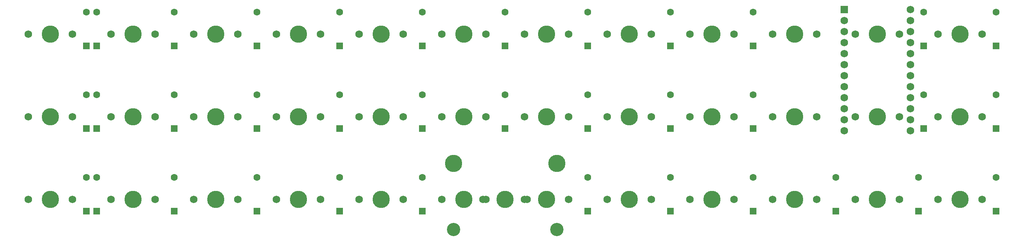
<source format=gbr>
%TF.GenerationSoftware,KiCad,Pcbnew,(5.1.9)-1*%
%TF.CreationDate,2021-06-01T10:03:10-07:00*%
%TF.ProjectId,dakkadakka,64616b6b-6164-4616-9b6b-612e6b696361,rev?*%
%TF.SameCoordinates,Original*%
%TF.FileFunction,Soldermask,Top*%
%TF.FilePolarity,Negative*%
%FSLAX46Y46*%
G04 Gerber Fmt 4.6, Leading zero omitted, Abs format (unit mm)*
G04 Created by KiCad (PCBNEW (5.1.9)-1) date 2021-06-01 10:03:10*
%MOMM*%
%LPD*%
G01*
G04 APERTURE LIST*
%ADD10C,3.987800*%
%ADD11C,1.750000*%
%ADD12C,3.048000*%
%ADD13R,1.600000X1.600000*%
%ADD14C,1.600000*%
%ADD15C,1.752600*%
%ADD16R,1.752600X1.752600*%
G04 APERTURE END LIST*
D10*
%TO.C,MX30a1*%
X154781380Y-88106324D03*
D11*
X149701380Y-88106324D03*
X159861380Y-88106324D03*
D12*
X142875130Y-95091324D03*
X166687630Y-95091324D03*
D10*
X142875130Y-79851324D03*
X166687630Y-79851324D03*
%TD*%
%TO.C,MX25*%
X50006292Y-88106324D03*
D11*
X44926292Y-88106324D03*
X55086292Y-88106324D03*
%TD*%
D13*
%TO.C,D36*%
X267890850Y-90815698D03*
D14*
X267890850Y-83015698D03*
%TD*%
D13*
%TO.C,D35*%
X250031460Y-90815698D03*
D14*
X250031460Y-83015698D03*
%TD*%
D13*
%TO.C,D34*%
X230981444Y-90815698D03*
D14*
X230981444Y-83015698D03*
%TD*%
D13*
%TO.C,D33*%
X211931428Y-90815698D03*
D14*
X211931428Y-83015698D03*
%TD*%
D13*
%TO.C,D32*%
X192881412Y-90815698D03*
D14*
X192881412Y-83015698D03*
%TD*%
D13*
%TO.C,D31*%
X173831396Y-90815698D03*
D14*
X173831396Y-83015698D03*
%TD*%
D13*
%TO.C,D30*%
X135731364Y-90815698D03*
D14*
X135731364Y-83015698D03*
%TD*%
D13*
%TO.C,D29*%
X116681348Y-90815698D03*
D14*
X116681348Y-83015698D03*
%TD*%
D13*
%TO.C,D28*%
X97631332Y-90815698D03*
D14*
X97631332Y-83015698D03*
%TD*%
D13*
%TO.C,D27*%
X78581316Y-90815698D03*
D14*
X78581316Y-83015698D03*
%TD*%
D13*
%TO.C,D26*%
X60721926Y-90815698D03*
D14*
X60721926Y-83015698D03*
%TD*%
D13*
%TO.C,D25*%
X58340674Y-90815698D03*
D14*
X58340674Y-83015698D03*
%TD*%
D13*
%TO.C,D24*%
X267890850Y-71765682D03*
D14*
X267890850Y-63965682D03*
%TD*%
D13*
%TO.C,D23*%
X251222086Y-71765682D03*
D14*
X251222086Y-63965682D03*
%TD*%
D13*
%TO.C,D22*%
X211931428Y-71765682D03*
D14*
X211931428Y-63965682D03*
%TD*%
D13*
%TO.C,D21*%
X192881412Y-71765682D03*
D14*
X192881412Y-63965682D03*
%TD*%
D13*
%TO.C,D20*%
X173831396Y-71765682D03*
D14*
X173831396Y-63965682D03*
%TD*%
D13*
%TO.C,D19*%
X154781380Y-71765682D03*
D14*
X154781380Y-63965682D03*
%TD*%
D13*
%TO.C,D18*%
X135731364Y-71765682D03*
D14*
X135731364Y-63965682D03*
%TD*%
D13*
%TO.C,D17*%
X116681348Y-71765682D03*
D14*
X116681348Y-63965682D03*
%TD*%
D13*
%TO.C,D16*%
X97631332Y-71765682D03*
D14*
X97631332Y-63965682D03*
%TD*%
D13*
%TO.C,D15*%
X78581316Y-71765682D03*
D14*
X78581316Y-63965682D03*
%TD*%
D13*
%TO.C,D14*%
X60721926Y-71765682D03*
D14*
X60721926Y-63965682D03*
%TD*%
D13*
%TO.C,D13*%
X58340674Y-71765682D03*
D14*
X58340674Y-63965682D03*
%TD*%
D13*
%TO.C,D12*%
X267890850Y-52715666D03*
D14*
X267890850Y-44915666D03*
%TD*%
D13*
%TO.C,D11*%
X251222086Y-52715666D03*
D14*
X251222086Y-44915666D03*
%TD*%
D13*
%TO.C,D10*%
X211931428Y-52715666D03*
D14*
X211931428Y-44915666D03*
%TD*%
D13*
%TO.C,D9*%
X192881412Y-52715666D03*
D14*
X192881412Y-44915666D03*
%TD*%
D13*
%TO.C,D8*%
X173831396Y-52715666D03*
D14*
X173831396Y-44915666D03*
%TD*%
D13*
%TO.C,D7*%
X154781380Y-52715666D03*
D14*
X154781380Y-44915666D03*
%TD*%
D13*
%TO.C,D6*%
X135731364Y-52715666D03*
D14*
X135731364Y-44915666D03*
%TD*%
D13*
%TO.C,D5*%
X116681348Y-52715666D03*
D14*
X116681348Y-44915666D03*
%TD*%
D13*
%TO.C,D4*%
X97631332Y-52715666D03*
D14*
X97631332Y-44915666D03*
%TD*%
D13*
%TO.C,D3*%
X78581316Y-52715666D03*
D14*
X78581316Y-44915666D03*
%TD*%
D13*
%TO.C,D2*%
X60721926Y-52715666D03*
D14*
X60721926Y-44915666D03*
%TD*%
D13*
%TO.C,D1*%
X58340674Y-52715666D03*
D14*
X58340674Y-44915666D03*
%TD*%
D15*
%TO.C,PM1*%
X248126452Y-44370674D03*
X232886452Y-72310674D03*
X248126452Y-46910674D03*
X248126452Y-49450674D03*
X248126452Y-51990674D03*
X248126452Y-54530674D03*
X248126452Y-57070674D03*
X248126452Y-59610674D03*
X248126452Y-62150674D03*
X248126452Y-64690674D03*
X248126452Y-67230674D03*
X248126452Y-69770674D03*
X248126452Y-72310674D03*
X232886452Y-69770674D03*
X232886452Y-67230674D03*
X232886452Y-64690674D03*
X232886452Y-62150674D03*
X232886452Y-59610674D03*
X232886452Y-57070674D03*
X232886452Y-54530674D03*
X232886452Y-51990674D03*
X232886452Y-49450674D03*
X232886452Y-46910674D03*
D16*
X232886452Y-44370674D03*
%TD*%
D10*
%TO.C,MX36*%
X259556468Y-88106324D03*
D11*
X254476468Y-88106324D03*
X264636468Y-88106324D03*
%TD*%
D10*
%TO.C,MX35*%
X240506452Y-88106324D03*
D11*
X235426452Y-88106324D03*
X245586452Y-88106324D03*
%TD*%
D10*
%TO.C,MX34*%
X221456436Y-88106324D03*
D11*
X216376436Y-88106324D03*
X226536436Y-88106324D03*
%TD*%
D10*
%TO.C,MX33*%
X202406420Y-88106324D03*
D11*
X197326420Y-88106324D03*
X207486420Y-88106324D03*
%TD*%
D10*
%TO.C,MX32*%
X183356404Y-88106324D03*
D11*
X178276404Y-88106324D03*
X188436404Y-88106324D03*
%TD*%
D10*
%TO.C,MX31*%
X164306388Y-88106324D03*
D11*
X159226388Y-88106324D03*
X169386388Y-88106324D03*
%TD*%
D10*
%TO.C,MX30*%
X145256372Y-88106324D03*
D11*
X140176372Y-88106324D03*
X150336372Y-88106324D03*
%TD*%
D10*
%TO.C,MX29*%
X126206356Y-88106324D03*
D11*
X121126356Y-88106324D03*
X131286356Y-88106324D03*
%TD*%
D10*
%TO.C,MX28*%
X107156340Y-88106324D03*
D11*
X102076340Y-88106324D03*
X112236340Y-88106324D03*
%TD*%
D10*
%TO.C,MX27*%
X88106324Y-88106324D03*
D11*
X83026324Y-88106324D03*
X93186324Y-88106324D03*
%TD*%
D10*
%TO.C,MX26*%
X69056308Y-88106324D03*
D11*
X63976308Y-88106324D03*
X74136308Y-88106324D03*
%TD*%
D10*
%TO.C,MX24*%
X259556468Y-69056308D03*
D11*
X254476468Y-69056308D03*
X264636468Y-69056308D03*
%TD*%
D10*
%TO.C,MX23*%
X240506452Y-69056308D03*
D11*
X235426452Y-69056308D03*
X245586452Y-69056308D03*
%TD*%
D10*
%TO.C,MX22*%
X221456436Y-69056308D03*
D11*
X216376436Y-69056308D03*
X226536436Y-69056308D03*
%TD*%
D10*
%TO.C,MX21*%
X202406420Y-69056308D03*
D11*
X197326420Y-69056308D03*
X207486420Y-69056308D03*
%TD*%
D10*
%TO.C,MX20*%
X183356404Y-69056308D03*
D11*
X178276404Y-69056308D03*
X188436404Y-69056308D03*
%TD*%
D10*
%TO.C,MX19*%
X164306388Y-69056308D03*
D11*
X159226388Y-69056308D03*
X169386388Y-69056308D03*
%TD*%
D10*
%TO.C,MX18*%
X145256372Y-69056308D03*
D11*
X140176372Y-69056308D03*
X150336372Y-69056308D03*
%TD*%
D10*
%TO.C,MX17*%
X126206356Y-69056308D03*
D11*
X121126356Y-69056308D03*
X131286356Y-69056308D03*
%TD*%
D10*
%TO.C,MX16*%
X107156340Y-69056308D03*
D11*
X102076340Y-69056308D03*
X112236340Y-69056308D03*
%TD*%
D10*
%TO.C,MX15*%
X88106324Y-69056308D03*
D11*
X83026324Y-69056308D03*
X93186324Y-69056308D03*
%TD*%
D10*
%TO.C,MX14*%
X69056308Y-69056308D03*
D11*
X63976308Y-69056308D03*
X74136308Y-69056308D03*
%TD*%
D10*
%TO.C,MX13*%
X50006292Y-69056308D03*
D11*
X44926292Y-69056308D03*
X55086292Y-69056308D03*
%TD*%
D10*
%TO.C,MX12*%
X259556468Y-50006292D03*
D11*
X254476468Y-50006292D03*
X264636468Y-50006292D03*
%TD*%
D10*
%TO.C,MX11*%
X240506452Y-50006292D03*
D11*
X235426452Y-50006292D03*
X245586452Y-50006292D03*
%TD*%
D10*
%TO.C,MX10*%
X221456436Y-50006292D03*
D11*
X216376436Y-50006292D03*
X226536436Y-50006292D03*
%TD*%
D10*
%TO.C,MX9*%
X202406420Y-50006292D03*
D11*
X197326420Y-50006292D03*
X207486420Y-50006292D03*
%TD*%
D10*
%TO.C,MX8*%
X183356404Y-50006292D03*
D11*
X178276404Y-50006292D03*
X188436404Y-50006292D03*
%TD*%
D10*
%TO.C,MX7*%
X164306388Y-50006292D03*
D11*
X159226388Y-50006292D03*
X169386388Y-50006292D03*
%TD*%
D10*
%TO.C,MX6*%
X145256372Y-50006292D03*
D11*
X140176372Y-50006292D03*
X150336372Y-50006292D03*
%TD*%
D10*
%TO.C,MX5*%
X126206356Y-50006292D03*
D11*
X121126356Y-50006292D03*
X131286356Y-50006292D03*
%TD*%
D10*
%TO.C,MX4*%
X107156340Y-50006292D03*
D11*
X102076340Y-50006292D03*
X112236340Y-50006292D03*
%TD*%
D10*
%TO.C,MX3*%
X88106324Y-50006292D03*
D11*
X83026324Y-50006292D03*
X93186324Y-50006292D03*
%TD*%
D10*
%TO.C,MX2*%
X69056308Y-50006292D03*
D11*
X63976308Y-50006292D03*
X74136308Y-50006292D03*
%TD*%
D10*
%TO.C,MX1*%
X50006292Y-50006292D03*
D11*
X44926292Y-50006292D03*
X55086292Y-50006292D03*
%TD*%
M02*

</source>
